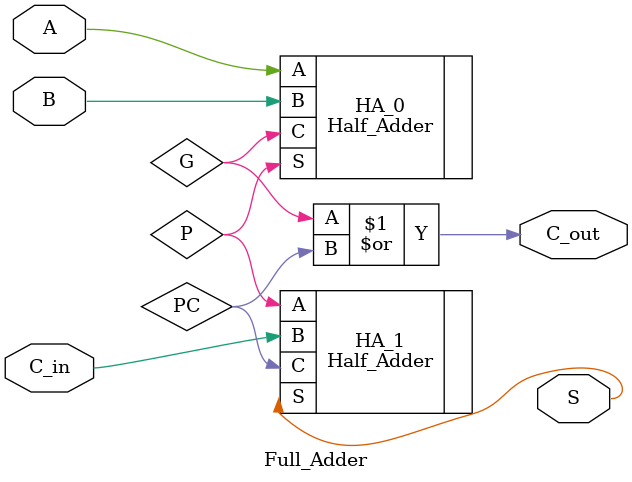
<source format=v>
`timescale 1ns / 1ps


module Full_Adder(
    input A,
    input B,
    input C_in,
    output S,
    output C_out
    );
        
    wire P, G, PC;
    
    Half_Adder HA_0
    (
        .A  (A),
        .B  (B),
        .S  (P),
        .C  (G)
    );
    
    Half_Adder HA_1
    (
        .A  (P),
        .B  (C_in),
        .S  (S),
        .C  (PC)
    );
    
    assign C_out = G | PC;
    
endmodule

</source>
